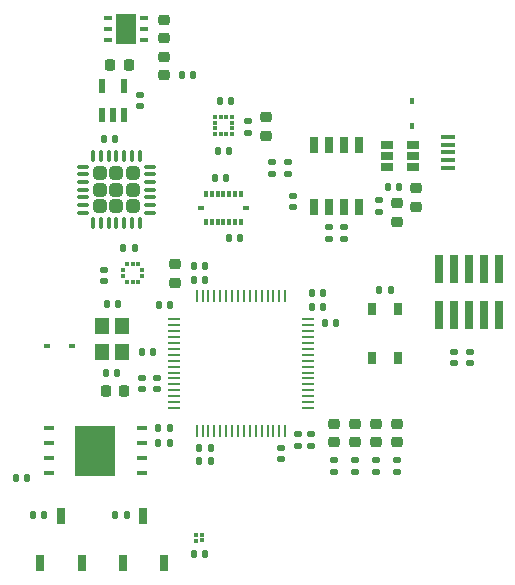
<source format=gbr>
G04 #@! TF.GenerationSoftware,KiCad,Pcbnew,(6.0.9)*
G04 #@! TF.CreationDate,2023-03-18T16:21:46+02:00*
G04 #@! TF.ProjectId,HadesMicro,48616465-734d-4696-9372-6f2e6b696361,rev?*
G04 #@! TF.SameCoordinates,Original*
G04 #@! TF.FileFunction,Paste,Top*
G04 #@! TF.FilePolarity,Positive*
%FSLAX46Y46*%
G04 Gerber Fmt 4.6, Leading zero omitted, Abs format (unit mm)*
G04 Created by KiCad (PCBNEW (6.0.9)) date 2023-03-18 16:21:46*
%MOMM*%
%LPD*%
G01*
G04 APERTURE LIST*
G04 Aperture macros list*
%AMRoundRect*
0 Rectangle with rounded corners*
0 $1 Rounding radius*
0 $2 $3 $4 $5 $6 $7 $8 $9 X,Y pos of 4 corners*
0 Add a 4 corners polygon primitive as box body*
4,1,4,$2,$3,$4,$5,$6,$7,$8,$9,$2,$3,0*
0 Add four circle primitives for the rounded corners*
1,1,$1+$1,$2,$3*
1,1,$1+$1,$4,$5*
1,1,$1+$1,$6,$7*
1,1,$1+$1,$8,$9*
0 Add four rect primitives between the rounded corners*
20,1,$1+$1,$2,$3,$4,$5,0*
20,1,$1+$1,$4,$5,$6,$7,0*
20,1,$1+$1,$6,$7,$8,$9,0*
20,1,$1+$1,$8,$9,$2,$3,0*%
G04 Aperture macros list end*
%ADD10RoundRect,0.147500X-0.147500X-0.172500X0.147500X-0.172500X0.147500X0.172500X-0.147500X0.172500X0*%
%ADD11RoundRect,0.147500X0.147500X0.172500X-0.147500X0.172500X-0.147500X-0.172500X0.147500X-0.172500X0*%
%ADD12RoundRect,0.147500X-0.172500X0.147500X-0.172500X-0.147500X0.172500X-0.147500X0.172500X0.147500X0*%
%ADD13RoundRect,0.147500X0.172500X-0.147500X0.172500X0.147500X-0.172500X0.147500X-0.172500X-0.147500X0*%
%ADD14R,0.350000X0.380000*%
%ADD15R,0.800000X1.400000*%
%ADD16RoundRect,0.218750X-0.218750X-0.256250X0.218750X-0.256250X0.218750X0.256250X-0.218750X0.256250X0*%
%ADD17RoundRect,0.218750X0.256250X-0.218750X0.256250X0.218750X-0.256250X0.218750X-0.256250X-0.218750X0*%
%ADD18RoundRect,0.218750X-0.256250X0.218750X-0.256250X-0.218750X0.256250X-0.218750X0.256250X0.218750X0*%
%ADD19R,0.450000X0.600000*%
%ADD20R,0.600000X0.450000*%
%ADD21R,0.600000X1.150000*%
%ADD22R,0.950000X0.450000*%
%ADD23R,3.450000X4.350000*%
%ADD24R,0.330000X0.300000*%
%ADD25R,0.300000X0.330000*%
%ADD26R,0.350000X0.580000*%
%ADD27R,0.580000X0.350000*%
%ADD28RoundRect,0.250000X-0.320000X-0.320000X0.320000X-0.320000X0.320000X0.320000X-0.320000X0.320000X0*%
%ADD29RoundRect,0.075000X-0.437500X-0.075000X0.437500X-0.075000X0.437500X0.075000X-0.437500X0.075000X0*%
%ADD30RoundRect,0.075000X-0.075000X-0.437500X0.075000X-0.437500X0.075000X0.437500X-0.075000X0.437500X0*%
%ADD31R,0.800000X0.400000*%
%ADD32R,1.750000X2.500000*%
%ADD33R,0.650000X1.050000*%
%ADD34R,0.740000X2.400000*%
%ADD35R,1.060000X0.650000*%
%ADD36R,0.800000X1.450000*%
%ADD37R,0.350000X0.300000*%
%ADD38R,0.300000X0.350000*%
%ADD39R,1.200000X1.400000*%
%ADD40R,1.000000X0.250000*%
%ADD41R,0.250000X1.000000*%
%ADD42RoundRect,0.218750X0.218750X0.256250X-0.218750X0.256250X-0.218750X-0.256250X0.218750X-0.256250X0*%
%ADD43R,1.300000X0.450000*%
G04 APERTURE END LIST*
D10*
X52728000Y-47244000D03*
X53698000Y-47244000D03*
D11*
X36276000Y-52832000D03*
X35306000Y-52832000D03*
D12*
X49403000Y-35034500D03*
X49403000Y-36004500D03*
D13*
X55499000Y-41506000D03*
X55499000Y-40536000D03*
D14*
X36788800Y-44106400D03*
X36788800Y-44606400D03*
X37053800Y-45121400D03*
X37553800Y-45121400D03*
X38053800Y-45121400D03*
X38318800Y-44606400D03*
X38318800Y-44106400D03*
X38053800Y-43591400D03*
X37553800Y-43591400D03*
X37053800Y-43591400D03*
D15*
X29746000Y-68929000D03*
X33246000Y-68929000D03*
X31496000Y-64929000D03*
X36731000Y-68929000D03*
X40231000Y-68929000D03*
X38481000Y-64929000D03*
D16*
X35686800Y-26771600D03*
X37261800Y-26771600D03*
D17*
X40182800Y-24536600D03*
X40182800Y-22961600D03*
D10*
X42718000Y-43815000D03*
X43688000Y-43815000D03*
D13*
X39624000Y-54229000D03*
X39624000Y-53259000D03*
D12*
X38176200Y-29283800D03*
X38176200Y-30253800D03*
D10*
X44496000Y-36322000D03*
X45466000Y-36322000D03*
X45720000Y-41402000D03*
X46690000Y-41402000D03*
X44750000Y-34036000D03*
X45720000Y-34036000D03*
D11*
X45928000Y-29845000D03*
X44958000Y-29845000D03*
D12*
X47371000Y-31542000D03*
X47371000Y-32512000D03*
D18*
X48895000Y-31216500D03*
X48895000Y-32791500D03*
D10*
X36776800Y-42316400D03*
X37746800Y-42316400D03*
D12*
X35102800Y-44117400D03*
X35102800Y-45087400D03*
D11*
X36068000Y-33045400D03*
X35098000Y-33045400D03*
X59425700Y-45872400D03*
X58455700Y-45872400D03*
D10*
X39751000Y-57531000D03*
X40721000Y-57531000D03*
X42718000Y-68199000D03*
X43688000Y-68199000D03*
D11*
X60152000Y-37084000D03*
X59182000Y-37084000D03*
D12*
X58420000Y-38250000D03*
X58420000Y-39220000D03*
D13*
X51181000Y-38816000D03*
X51181000Y-37846000D03*
D17*
X56388000Y-58725000D03*
X56388000Y-57150000D03*
X58166000Y-58725000D03*
X58166000Y-57150000D03*
X59944000Y-58725000D03*
X59944000Y-57150000D03*
D19*
X61214000Y-29811000D03*
X61214000Y-31911000D03*
D20*
X32419000Y-50609500D03*
X30319000Y-50609500D03*
D21*
X34940200Y-31018800D03*
X35890200Y-31018800D03*
X36840200Y-31018800D03*
X36840200Y-28518800D03*
X34940200Y-28518800D03*
D17*
X61595000Y-38786000D03*
X61595000Y-37211000D03*
D18*
X59944000Y-38481000D03*
X59944000Y-40056000D03*
D22*
X30517000Y-57531000D03*
X30517000Y-58801000D03*
X30517000Y-60071000D03*
X30517000Y-61341000D03*
X38317000Y-61341000D03*
X38317000Y-60071000D03*
X38317000Y-58801000D03*
X38317000Y-57531000D03*
D23*
X34417000Y-59436000D03*
D24*
X43430000Y-67027000D03*
D25*
X43405000Y-66552000D03*
D24*
X42930000Y-66577000D03*
D25*
X42955000Y-67052000D03*
D26*
X43754000Y-37744000D03*
X44254000Y-37744000D03*
X44754000Y-37744000D03*
X45254000Y-37744000D03*
X45754000Y-37744000D03*
X46254000Y-37744000D03*
X46754000Y-37744000D03*
D27*
X47164000Y-38904000D03*
D26*
X46754000Y-40064000D03*
X46254000Y-40064000D03*
X45754000Y-40064000D03*
X45254000Y-40064000D03*
X44754000Y-40064000D03*
X44254000Y-40064000D03*
X43754000Y-40064000D03*
D27*
X43344000Y-38904000D03*
D28*
X36195000Y-35918000D03*
X37615000Y-35918000D03*
X37615000Y-37338000D03*
X34775000Y-38758000D03*
X36195000Y-37338000D03*
X34775000Y-35918000D03*
X37615000Y-38758000D03*
X36195000Y-38758000D03*
X34775000Y-37338000D03*
D29*
X33357500Y-35388000D03*
X33357500Y-36038000D03*
X33357500Y-36688000D03*
X33357500Y-37338000D03*
X33357500Y-37988000D03*
X33357500Y-38638000D03*
X33357500Y-39288000D03*
D30*
X34245000Y-40175500D03*
X34895000Y-40175500D03*
X35545000Y-40175500D03*
X36195000Y-40175500D03*
X36845000Y-40175500D03*
X37495000Y-40175500D03*
X38145000Y-40175500D03*
D29*
X39032500Y-39288000D03*
X39032500Y-38638000D03*
X39032500Y-37988000D03*
X39032500Y-37338000D03*
X39032500Y-36688000D03*
X39032500Y-36038000D03*
X39032500Y-35388000D03*
D30*
X38145000Y-34500500D03*
X37495000Y-34500500D03*
X36845000Y-34500500D03*
X36195000Y-34500500D03*
X35545000Y-34500500D03*
X34895000Y-34500500D03*
X34245000Y-34500500D03*
D17*
X40182800Y-27660600D03*
X40182800Y-26085600D03*
D11*
X42676800Y-27660600D03*
X41706800Y-27660600D03*
D12*
X50736500Y-35034500D03*
X50736500Y-36004500D03*
X66103500Y-51077000D03*
X66103500Y-52047000D03*
X64770000Y-51077000D03*
X64770000Y-52047000D03*
X54610000Y-60244000D03*
X54610000Y-61214000D03*
X58166000Y-60244000D03*
X58166000Y-61214000D03*
X59944000Y-60248800D03*
X59944000Y-61218800D03*
D13*
X54229000Y-41508400D03*
X54229000Y-40538400D03*
D11*
X30076000Y-64897000D03*
X29106000Y-64897000D03*
X37061000Y-64897000D03*
X36091000Y-64897000D03*
D10*
X39751000Y-58801000D03*
X40721000Y-58801000D03*
X27668500Y-61722000D03*
X28638500Y-61722000D03*
D31*
X38507800Y-24673600D03*
X38507800Y-23723600D03*
X38507800Y-22773600D03*
X35507800Y-22773600D03*
X35507800Y-23723600D03*
X35507800Y-24673600D03*
D32*
X37007800Y-23723600D03*
D33*
X60015700Y-47414900D03*
X60015700Y-51564900D03*
X57865700Y-47414900D03*
X57865700Y-51564900D03*
D34*
X63500000Y-47924000D03*
X63500000Y-44024000D03*
X64770000Y-47924000D03*
X64770000Y-44024000D03*
X66040000Y-47924000D03*
X66040000Y-44024000D03*
X67310000Y-47924000D03*
X67310000Y-44024000D03*
X68580000Y-47924000D03*
X68580000Y-44024000D03*
D35*
X59141000Y-33543200D03*
X59141000Y-34493200D03*
X59141000Y-35443200D03*
X61341000Y-35443200D03*
X61341000Y-34493200D03*
X61341000Y-33543200D03*
D36*
X56769000Y-33570000D03*
X55499000Y-33570000D03*
X54229000Y-33570000D03*
X52959000Y-33570000D03*
X52959000Y-38820000D03*
X54229000Y-38820000D03*
X55499000Y-38820000D03*
X56769000Y-38820000D03*
D12*
X56388000Y-60244000D03*
X56388000Y-61214000D03*
D37*
X44504000Y-31154000D03*
X44504000Y-31654000D03*
X44504000Y-32154000D03*
X44504000Y-32654000D03*
D38*
X45004000Y-32654000D03*
X45504000Y-32654000D03*
D37*
X46004000Y-32654000D03*
X46004000Y-32154000D03*
X46004000Y-31654000D03*
X46004000Y-31154000D03*
D38*
X45504000Y-31154000D03*
X45004000Y-31154000D03*
D11*
X39324000Y-51054000D03*
X38354000Y-51054000D03*
D39*
X34964000Y-48854000D03*
X34964000Y-51054000D03*
X36664000Y-51054000D03*
X36664000Y-48854000D03*
D40*
X41036000Y-48320000D03*
X41036000Y-48820000D03*
X41036000Y-49320000D03*
X41036000Y-49820000D03*
X41036000Y-50320000D03*
X41036000Y-50820000D03*
X41036000Y-51320000D03*
X41036000Y-51820000D03*
X41036000Y-52320000D03*
X41036000Y-52820000D03*
X41036000Y-53320000D03*
X41036000Y-53820000D03*
X41036000Y-54320000D03*
X41036000Y-54820000D03*
X41036000Y-55320000D03*
X41036000Y-55820000D03*
D41*
X42986000Y-57770000D03*
X43486000Y-57770000D03*
X43986000Y-57770000D03*
X44486000Y-57770000D03*
X44986000Y-57770000D03*
X45486000Y-57770000D03*
X45986000Y-57770000D03*
X46486000Y-57770000D03*
X46986000Y-57770000D03*
X47486000Y-57770000D03*
X47986000Y-57770000D03*
X48486000Y-57770000D03*
X48986000Y-57770000D03*
X49486000Y-57770000D03*
X49986000Y-57770000D03*
X50486000Y-57770000D03*
D40*
X52436000Y-55820000D03*
X52436000Y-55320000D03*
X52436000Y-54820000D03*
X52436000Y-54320000D03*
X52436000Y-53820000D03*
X52436000Y-53320000D03*
X52436000Y-52820000D03*
X52436000Y-52320000D03*
X52436000Y-51820000D03*
X52436000Y-51320000D03*
X52436000Y-50820000D03*
X52436000Y-50320000D03*
X52436000Y-49820000D03*
X52436000Y-49320000D03*
X52436000Y-48820000D03*
X52436000Y-48320000D03*
D41*
X50486000Y-46370000D03*
X49986000Y-46370000D03*
X49486000Y-46370000D03*
X48986000Y-46370000D03*
X48486000Y-46370000D03*
X47986000Y-46370000D03*
X47486000Y-46370000D03*
X46986000Y-46370000D03*
X46486000Y-46370000D03*
X45986000Y-46370000D03*
X45486000Y-46370000D03*
X44986000Y-46370000D03*
X44486000Y-46370000D03*
X43986000Y-46370000D03*
X43486000Y-46370000D03*
X42986000Y-46370000D03*
D42*
X36855500Y-54356000D03*
X35280500Y-54356000D03*
D12*
X52705000Y-58062000D03*
X52705000Y-59032000D03*
D11*
X44173000Y-60325000D03*
X43203000Y-60325000D03*
D12*
X51562000Y-58062000D03*
X51562000Y-59032000D03*
D10*
X52728000Y-46075600D03*
X53698000Y-46075600D03*
D11*
X40744000Y-47117000D03*
X39774000Y-47117000D03*
D10*
X53848000Y-48641000D03*
X54818000Y-48641000D03*
D12*
X50165000Y-59182000D03*
X50165000Y-60152000D03*
D10*
X35352000Y-46990000D03*
X36322000Y-46990000D03*
D13*
X38354000Y-54229000D03*
X38354000Y-53259000D03*
D11*
X44173000Y-59182000D03*
X43203000Y-59182000D03*
D10*
X42718000Y-44958000D03*
X43688000Y-44958000D03*
D17*
X41148000Y-45237500D03*
X41148000Y-43662500D03*
X54610000Y-58725000D03*
X54610000Y-57150000D03*
D43*
X64267000Y-35463000D03*
X64267000Y-34813000D03*
X64267000Y-34163000D03*
X64267000Y-33513000D03*
X64267000Y-32863000D03*
M02*

</source>
